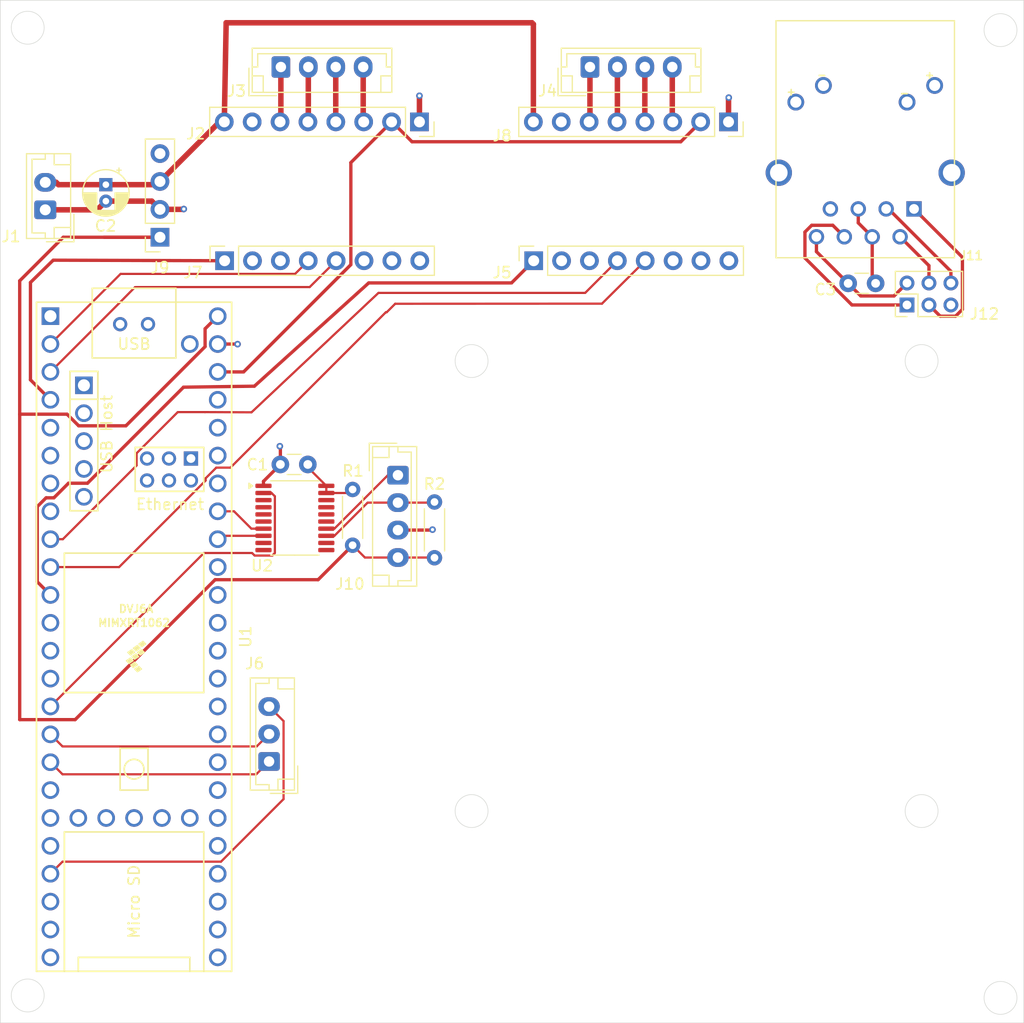
<source format=kicad_pcb>
(kicad_pcb (version 20240108) (generator "pcbnew") (generator_version "8.0")
  (layers (0 "F.Cu" signal) (31 "B.Cu" signal) (34 "B.Paste" user) (35 "F.Paste" user) (36 "B.SilkS" user "B.Silkscreen") (37 "F.SilkS" user "F.Silkscreen") (38 "B.Mask" user) (39 "F.Mask" user) (44 "Edge.Cuts" user))
  (net 0 "")
  (net 1 "+5V")
  (net 2 "/EN")
  (net 3 "GND")
  (net 4 "+24V")
  (net 5 "/D1_A2")
  (net 6 "/D1_B1")
  (net 7 "/D1_B2")
  (net 8 "+3.3V")
  (net 9 "/D1_A1")
  (net 10 "/D2_B1")
  (net 11 "/D2_A2")
  (net 12 "/D2_A1")
  (net 13 "/D2_B2")
  (net 17 "/D2_TX")
  (net 19 "/D2_EN")
  (net 21 "/D2_RX")
  (net 22 "/EN1")
  (net 23 "/EN2")
  (net 24 "/ENA")
  (net 26 "/D1_EN")
  (net 27 "/D1_TX")
  (net 28 "/D1_RX")
  (net 34 "/Black{slash}SDA")
  (net 35 "/Yellow{slash}SCL")
  (net 53 "TEMP_SDA")
  (net 57 "TEMP_SCL")
  (net 102 "/CTR")
  (net 103 "/TX-")
  (net 104 "/RX-")
  (net 105 "/TX+")
  (net 106 "/RX+")
  (net 107 "/LED")
  (footprint "Connector_PinSocket_2.54mm:PinSocket_1x08_P2.54mm_Vertical" (layer "F.Cu") (at 36.37 43.95 90)
    (property "Reference" "J7" (at -1.08 -2.88 0) (layer "F.SilkS"))
    (property "Value" "Conn_01x08")
    (pad "1" thru_hole rect (at 0 0 90) (size 1.7 1.7) (drill 1) (layers "*.Cu" "*.Mask") (net 26 "/D1_EN"))
    (pad "2" thru_hole oval (at 0 2.54 90) (size 1.7 1.7) (drill 1) (layers "*.Cu" "*.Mask"))
    (pad "3" thru_hole oval (at 0 5.08 90) (size 1.7 1.7) (drill 1) (layers "*.Cu" "*.Mask"))
    (pad "4" thru_hole oval (at 0 7.62 90) (size 1.7 1.7) (drill 1) (layers "*.Cu" "*.Mask") (net 27 "/D1_TX"))
    (pad "5" thru_hole oval (at 0 10.16 90) (size 1.7 1.7) (drill 1) (layers "*.Cu" "*.Mask") (net 28 "/D1_RX"))
    (pad "6" thru_hole oval (at 0 12.7 90) (size 1.7 1.7) (drill 1) (layers "*.Cu" "*.Mask"))
    (pad "7" thru_hole oval (at 0 15.24 90) (size 1.7 1.7) (drill 1) (layers "*.Cu" "*.Mask"))
    (pad "8" thru_hole oval (at 0 17.78 90) (size 1.7 1.7) (drill 1) (layers "*.Cu" "*.Mask"))
  )
  (footprint "Resistor_THT:R_Axial_DIN0204_L3.6mm_D1.6mm_P5.08mm_Horizontal" (layer "F.Cu") (at 48.03 69.87 90)
    (property "Reference" "R1" (at 6.77 0.04 180) (layer "F.SilkS"))
    (property "Value" "200k")
    (pad "1" thru_hole circle (at 0 0 90) (size 1.4 1.4) (drill 0.7) (layers "*.Cu" "*.Mask") (net 1 "+5V"))
    (pad "2" thru_hole oval (at 5.08 0 90) (size 1.4 1.4) (drill 0.7) (layers "*.Cu" "*.Mask") (net 2 "/EN"))
  )
  (footprint "Connector_PinHeader_2.00mm:PinHeader_2x03_P2.00mm_Vertical" (layer "F.Cu") (at 98.54 47.98 90)
    (property "Reference" "J12" (at -0.82 7.05 0) (layer "F.SilkS"))
    (property "Value" "Conn_02x03_Counter_Clockwise")
    (pad "1" thru_hole rect (at 0 0 90) (size 1.35 1.35) (drill 0.8) (layers "*.Cu" "*.Mask") (net 104 "/RX-"))
    (pad "2" thru_hole oval (at 2 0 90) (size 1.35 1.35) (drill 0.8) (layers "*.Cu" "*.Mask") (net 3 "GND"))
    (pad "3" thru_hole oval (at 0 2 90) (size 1.35 1.35) (drill 0.8) (layers "*.Cu" "*.Mask") (net 105 "/TX+"))
    (pad "4" thru_hole oval (at 2 2 90) (size 1.35 1.35) (drill 0.8) (layers "*.Cu" "*.Mask") (net 103 "/TX-"))
    (pad "5" thru_hole oval (at 0 4 90) (size 1.35 1.35) (drill 0.8) (layers "*.Cu" "*.Mask") (net 107 "/LED"))
    (pad "6" thru_hole oval (at 2 4 90) (size 1.35 1.35) (drill 0.8) (layers "*.Cu" "*.Mask") (net 106 "/RX+"))
  )
  (footprint "Connector_PinSocket_2.54mm:PinSocket_1x08_P2.54mm_Vertical" (layer "F.Cu") (at 54.12 31.3 -90)
    (property "Reference" "J2" (at 1.08 20.38 180) (layer "F.SilkS"))
    (property "Value" "Conn_01x08")
    (pad "1" thru_hole rect (at 0 0 270) (size 1.7 1.7) (drill 1) (layers "*.Cu" "*.Mask") (net 3 "GND"))
    (pad "2" thru_hole oval (at 0 2.54 270) (size 1.7 1.7) (drill 1) (layers "*.Cu" "*.Mask") (net 8 "+3.3V"))
    (pad "3" thru_hole oval (at 0 5.08 270) (size 1.7 1.7) (drill 1) (layers "*.Cu" "*.Mask") (net 7 "/D1_B2"))
    (pad "4" thru_hole oval (at 0 7.62 270) (size 1.7 1.7) (drill 1) (layers "*.Cu" "*.Mask") (net 6 "/D1_B1"))
    (pad "5" thru_hole oval (at 0 10.16 270) (size 1.7 1.7) (drill 1) (layers "*.Cu" "*.Mask") (net 9 "/D1_A1"))
    (pad "6" thru_hole oval (at 0 12.7 270) (size 1.7 1.7) (drill 1) (layers "*.Cu" "*.Mask") (net 5 "/D1_A2"))
    (pad "7" thru_hole oval (at 0 15.24 270) (size 1.7 1.7) (drill 1) (layers "*.Cu" "*.Mask") (net 3 "GND"))
    (pad "8" thru_hole oval (at 0 17.78 270) (size 1.7 1.7) (drill 1) (layers "*.Cu" "*.Mask") (net 4 "+24V"))
  )
  (footprint "Connector_PinSocket_2.54mm:PinSocket_1x08_P2.54mm_Vertical" (layer "F.Cu") (at 64.53 43.95 90)
    (property "Reference" "J5" (at -1.08 -2.88 0) (layer "F.SilkS"))
    (property "Value" "Conn_01x08")
    (pad "1" thru_hole rect (at 0 0 90) (size 1.7 1.7) (drill 1) (layers "*.Cu" "*.Mask") (net 19 "/D2_EN"))
    (pad "2" thru_hole oval (at 0 2.54 90) (size 1.7 1.7) (drill 1) (layers "*.Cu" "*.Mask"))
    (pad "3" thru_hole oval (at 0 5.08 90) (size 1.7 1.7) (drill 1) (layers "*.Cu" "*.Mask"))
    (pad "4" thru_hole oval (at 0 7.62 90) (size 1.7 1.7) (drill 1) (layers "*.Cu" "*.Mask") (net 17 "/D2_TX"))
    (pad "5" thru_hole oval (at 0 10.16 90) (size 1.7 1.7) (drill 1) (layers "*.Cu" "*.Mask") (net 21 "/D2_RX"))
    (pad "6" thru_hole oval (at 0 12.7 90) (size 1.7 1.7) (drill 1) (layers "*.Cu" "*.Mask"))
    (pad "7" thru_hole oval (at 0 15.24 90) (size 1.7 1.7) (drill 1) (layers "*.Cu" "*.Mask"))
    (pad "8" thru_hole oval (at 0 17.78 90) (size 1.7 1.7) (drill 1) (layers "*.Cu" "*.Mask"))
  )
  (footprint "Connector_PinSocket_2.54mm:PinSocket_1x08_P2.54mm_Vertical" (layer "F.Cu") (at 82.28 31.3 -90)
    (property "Reference" "J8" (at 1.26 20.62 180) (layer "F.SilkS"))
    (property "Value" "Conn_01x08")
    (pad "1" thru_hole rect (at 0 0 270) (size 1.7 1.7) (drill 1) (layers "*.Cu" "*.Mask") (net 3 "GND"))
    (pad "2" thru_hole oval (at 0 2.54 270) (size 1.7 1.7) (drill 1) (layers "*.Cu" "*.Mask") (net 8 "+3.3V"))
    (pad "3" thru_hole oval (at 0 5.08 270) (size 1.7 1.7) (drill 1) (layers "*.Cu" "*.Mask") (net 13 "/D2_B2"))
    (pad "4" thru_hole oval (at 0 7.62 270) (size 1.7 1.7) (drill 1) (layers "*.Cu" "*.Mask") (net 10 "/D2_B1"))
    (pad "5" thru_hole oval (at 0 10.16 270) (size 1.7 1.7) (drill 1) (layers "*.Cu" "*.Mask") (net 12 "/D2_A1"))
    (pad "6" thru_hole oval (at 0 12.7 270) (size 1.7 1.7) (drill 1) (layers "*.Cu" "*.Mask") (net 11 "/D2_A2"))
    (pad "7" thru_hole oval (at 0 15.24 270) (size 1.7 1.7) (drill 1) (layers "*.Cu" "*.Mask") (net 3 "GND"))
    (pad "8" thru_hole oval (at 0 17.78 270) (size 1.7 1.7) (drill 1) (layers "*.Cu" "*.Mask") (net 4 "+24V"))
  )
  (footprint "Connector_JST:JST_EH_B4B-EH-A_1x04_P2.50mm_Vertical" (layer "F.Cu") (at 52.16 63.49 -90)
    (property "Reference" "J10" (at 9.91 4.37 180) (layer "F.SilkS"))
    (property "Value" "Conn_01x04")
    (pad "1" thru_hole roundrect (at 0 0 270) (size 1.7 1.95) (drill 0.95) (layers "*.Cu" "*.Mask") (roundrect_rratio 0.147059) (net 35 "/Yellow{slash}SCL"))
    (pad "2" thru_hole oval (at 2.5 0 270) (size 1.7 1.95) (drill 0.95) (layers "*.Cu" "*.Mask") (net 34 "/Black{slash}SDA"))
    (pad "3" thru_hole oval (at 5 0 270) (size 1.7 1.95) (drill 0.95) (layers "*.Cu" "*.Mask") (net 3 "GND"))
    (pad "4" thru_hole oval (at 7.5 0 270) (size 1.7 1.95) (drill 0.95) (layers "*.Cu" "*.Mask") (net 1 "+5V"))
  )
  (footprint "J00-0045NL:PULSE_J00-0045NL" (layer "F.Cu") (at 94.735 32.88)
    (property "Reference" "J11" (at 9.655 10.6 0) (layer "F.SilkS") (effects (font (size 0.802764 0.802764))))
    (property "Value" "J00-0045NL")
    (fp_text user "+" (at 5.86475 -5.85437 0) (layer "F.SilkS") (effects (font (size 0.64196 0.64196))))
    (fp_text user "-" (at 3.56861 -4.19928 0) (layer "F.SilkS") (effects (font (size 0.641746 0.641746))))
    (fp_text user "-" (at -3.94667 -5.85638 0) (layer "F.SilkS") (effects (font (size 0.641715 0.641715))))
    (fp_text user "+" (at -6.74931 -4.32748 0) (layer "F.SilkS") (effects (font (size 0.642236 0.642236))))
    (pad "" np_thru_hole circle (at -5.715 0) (size 3.2 3.2) (drill 3.2) (layers "*.Cu" "*.Mask"))
    (pad "" np_thru_hole circle (at 5.715 0) (size 3.2 3.2) (drill 3.2) (layers "*.Cu" "*.Mask"))
    (pad "1" thru_hole rect (at 4.445 6.35) (size 1.398 1.398) (drill 0.89) (layers "*.Cu" "*.Mask") (net 105 "/TX+"))
    (pad "2" thru_hole circle (at 3.175 8.89) (size 1.398 1.398) (drill 0.89) (layers "*.Cu" "*.Mask") (net 103 "/TX-"))
    (pad "3" thru_hole circle (at 1.905 6.35) (size 1.398 1.398) (drill 0.89) (layers "*.Cu" "*.Mask") (net 106 "/RX+"))
    (pad "4" thru_hole circle (at 0.635 8.89) (size 1.398 1.398) (drill 0.89) (layers "*.Cu" "*.Mask") (net 102 "/CTR"))
    (pad "5" thru_hole circle (at -0.635 6.35) (size 1.398 1.398) (drill 0.89) (layers "*.Cu" "*.Mask") (net 102 "/CTR"))
    (pad "6" thru_hole circle (at -1.905 8.89) (size 1.398 1.398) (drill 0.89) (layers "*.Cu" "*.Mask") (net 104 "/RX-"))
    (pad "7" thru_hole circle (at -3.175 6.35) (size 1.398 1.398) (drill 0.89) (layers "*.Cu" "*.Mask"))
    (pad "8" thru_hole circle (at -4.445 8.89) (size 1.398 1.398) (drill 0.89) (layers "*.Cu" "*.Mask") (net 3 "GND"))
    (pad "9" thru_hole circle (at 6.325 -4.9) (size 1.53 1.53) (drill 1.02) (layers "*.Cu" "*.Mask") (net 107 "/LED"))
    (pad "10" thru_hole circle (at 3.81 -3.38) (size 1.53 1.53) (drill 1.02) (layers "*.Cu" "*.Mask") (net 3 "GND"))
    (pad "11" thru_hole circle (at -3.81 -4.9) (size 1.53 1.53) (drill 1.02) (layers "*.Cu" "*.Mask"))
    (pad "12" thru_hole circle (at -6.325 -3.38) (size 1.53 1.53) (drill 1.02) (layers "*.Cu" "*.Mask"))
    (pad "S1" thru_hole circle (at -7.875 3.05) (size 2.4 2.4) (drill 1.6) (layers "*.Cu" "*.Mask"))
    (pad "S2" thru_hole circle (at 7.875 3.05) (size 2.4 2.4) (drill 1.6) (layers "*.Cu" "*.Mask"))
  )
  (footprint "Package_SO:TSSOP-20_4.4x6.5mm_P0.65mm" (layer "F.Cu") (at 42.7725 67.385)
    (property "Reference" "U2" (at -2.9925 4.355 0) (layer "F.SilkS"))
    (property "Value" "LSF0108PWR")
    (pad "1" smd roundrect (at -2.8625 -2.925) (size 1.475 0.4) (layers "F.Cu" "F.Paste" "F.Mask") (net 3 "GND"))
    (pad "2" smd roundrect (at -2.8625 -2.275) (size 1.475 0.4) (layers "F.Cu" "F.Paste" "F.Mask") (net 8 "+3.3V"))
    (pad "3" smd roundrect (at -2.8625 -1.625) (size 1.475 0.4) (layers "F.Cu" "F.Paste" "F.Mask"))
    (pad "4" smd roundrect (at -2.8625 -0.975) (size 1.475 0.4) (layers "F.Cu" "F.Paste" "F.Mask"))
    (pad "5" smd roundrect (at -2.8625 -0.325) (size 1.475 0.4) (layers "F.Cu" "F.Paste" "F.Mask"))
    (pad "6" smd roundrect (at -2.8625 0.325) (size 1.475 0.4) (layers "F.Cu" "F.Paste" "F.Mask"))
    (pad "7" smd roundrect (at -2.8625 0.975) (size 1.475 0.4) (layers "F.Cu" "F.Paste" "F.Mask") (net 57 "TEMP_SCL"))
    (pad "8" smd roundrect (at -2.8625 1.625) (size 1.475 0.4) (layers "F.Cu" "F.Paste" "F.Mask") (net 53 "TEMP_SDA"))
    (pad "9" smd roundrect (at -2.8625 2.275) (size 1.475 0.4) (layers "F.Cu" "F.Paste" "F.Mask"))
    (pad "10" smd roundrect (at -2.8625 2.925) (size 1.475 0.4) (layers "F.Cu" "F.Paste" "F.Mask"))
    (pad "11" smd roundrect (at 2.8625 2.925) (size 1.475 0.4) (layers "F.Cu" "F.Paste" "F.Mask"))
    (pad "12" smd roundrect (at 2.8625 2.275) (size 1.475 0.4) (layers "F.Cu" "F.Paste" "F.Mask"))
    (pad "13" smd roundrect (at 2.8625 1.625) (size 1.475 0.4) (layers "F.Cu" "F.Paste" "F.Mask") (net 34 "/Black{slash}SDA"))
    (pad "14" smd roundrect (at 2.8625 0.975) (size 1.475 0.4) (layers "F.Cu" "F.Paste" "F.Mask") (net 35 "/Yellow{slash}SCL"))
    (pad "15" smd roundrect (at 2.8625 0.325) (size 1.475 0.4) (layers "F.Cu" "F.Paste" "F.Mask"))
    (pad "16" smd roundrect (at 2.8625 -0.325) (size 1.475 0.4) (layers "F.Cu" "F.Paste" "F.Mask"))
    (pad "17" smd roundrect (at 2.8625 -0.975) (size 1.475 0.4) (layers "F.Cu" "F.Paste" "F.Mask"))
    (pad "18" smd roundrect (at 2.8625 -1.625) (size 1.475 0.4) (layers "F.Cu" "F.Paste" "F.Mask"))
    (pad "19" smd roundrect (at 2.8625 -2.275) (size 1.475 0.4) (layers "F.Cu" "F.Paste" "F.Mask") (net 2 "/EN"))
    (pad "20" smd roundrect (at 2.8625 -2.925) (size 1.475 0.4) (layers "F.Cu" "F.Paste" "F.Mask") (net 2 "/EN"))
  )
  (footprint "Connector_JST:JST_EH_B4B-EH-A_1x04_P2.50mm_Vertical" (layer "F.Cu") (at 69.655 26.3)
    (property "Reference" "J4" (at -3.865 2.17 0) (layer "F.SilkS"))
    (property "Value" "Conn_01x04")
    (pad "1" thru_hole roundrect (at 0 0) (size 1.7 1.95) (drill 0.95) (layers "*.Cu" "*.Mask") (roundrect_rratio 0.147059) (net 11 "/D2_A2"))
    (pad "2" thru_hole oval (at 2.5 0) (size 1.7 1.95) (drill 0.95) (layers "*.Cu" "*.Mask") (net 12 "/D2_A1"))
    (pad "3" thru_hole oval (at 5 0) (size 1.7 1.95) (drill 0.95) (layers "*.Cu" "*.Mask") (net 10 "/D2_B1"))
    (pad "4" thru_hole oval (at 7.5 0) (size 1.7 1.95) (drill 0.95) (layers "*.Cu" "*.Mask") (net 13 "/D2_B2"))
  )
  (footprint "Connector_JST:JST_EH_B2B-EH-A_1x02_P2.50mm_Vertical" (layer "F.Cu") (at 20.03 39.31 90)
    (property "Reference" "J1" (at -2.43 -3.12 0) (layer "F.SilkS"))
    (property "Value" "Conn_01x02")
    (pad "1" thru_hole roundrect (at 0 0 90) (size 1.7 2) (drill 1) (layers "*.Cu" "*.Mask") (roundrect_rratio 0.147059) (net 3 "GND"))
    (pad "2" thru_hole oval (at 2.5 0 90) (size 1.7 2) (drill 1) (layers "*.Cu" "*.Mask") (net 4 "+24V"))
  )
  (footprint "Resistor_THT:R_Axial_DIN0204_L3.6mm_D1.6mm_P5.08mm_Horizontal" (layer "F.Cu") (at 55.49 65.93 -90)
    (property "Reference" "R2" (at -1.64 0 0) (layer "F.SilkS"))
    (property "Value" "10k")
    (pad "1" thru_hole circle (at 0 0 270) (size 1.4 1.4) (drill 0.7) (layers "*.Cu" "*.Mask") (net 34 "/Black{slash}SDA"))
    (pad "2" thru_hole oval (at 5.08 0 270) (size 1.4 1.4) (drill 0.7) (layers "*.Cu" "*.Mask") (net 1 "+5V"))
  )
  (footprint "Capacitor_THT:C_Disc_D3.0mm_W1.6mm_P2.50mm" (layer "F.Cu") (at 95.68 46.01 180)
    (property "Reference" "C3" (at 4.58 -0.56 0) (layer "F.SilkS"))
    (property "Value" "0.1uF")
    (pad "1" thru_hole circle (at 0 0 180) (size 1.6 1.6) (drill 0.8) (layers "*.Cu" "*.Mask") (net 102 "/CTR"))
    (pad "2" thru_hole circle (at 2.5 0 180) (size 1.6 1.6) (drill 0.8) (layers "*.Cu" "*.Mask") (net 3 "GND"))
  )
  (footprint "Capacitor_THT:CP_Radial_D4.0mm_P1.50mm" (layer "F.Cu") (at 25.55 37.02 -90)
    (property "Reference" "C2" (at 3.76 0.03 180) (layer "F.SilkS"))
    (property "Value" "33uF")
    (pad "1" thru_hole rect (at 0 0 270) (size 1.2 1.2) (drill 0.6) (layers "*.Cu" "*.Mask") (net 4 "+24V"))
    (pad "2" thru_hole circle (at 1.5 0 270) (size 1.2 1.2) (drill 0.6) (layers "*.Cu" "*.Mask") (net 3 "GND"))
  )
  (footprint "Connector_JST:JST_EH_B4B-EH-A_1x04_P2.50mm_Vertical" (layer "F.Cu") (at 41.495 26.3)
    (property "Reference" "J3" (at -4.045 2.19 0) (layer "F.SilkS"))
    (property "Value" "Conn_01x04")
    (pad "1" thru_hole roundrect (at 0 0) (size 1.7 1.95) (drill 0.95) (layers "*.Cu" "*.Mask") (roundrect_rratio 0.147059) (net 5 "/D1_A2"))
    (pad "2" thru_hole oval (at 2.5 0) (size 1.7 1.95) (drill 0.95) (layers "*.Cu" "*.Mask") (net 9 "/D1_A1"))
    (pad "3" thru_hole oval (at 5 0) (size 1.7 1.95) (drill 0.95) (layers "*.Cu" "*.Mask") (net 6 "/D1_B1"))
    (pad "4" thru_hole oval (at 7.5 0) (size 1.7 1.95) (drill 0.95) (layers "*.Cu" "*.Mask") (net 7 "/D1_B2"))
  )
  (footprint "teensy:Teensy41" (layer "F.Cu") (at 28.12 78.21 -90)
    (property "Reference" "U1" (at 0 -10.16 90) (layer "F.SilkS"))
    (property "Value" "Teensy4.1")
    (fp_text user "Ethernet" (at -12.065 -3.2766 180) (layer "F.SilkS"))
    (fp_text user "DVJ6A" (at -2.54 -0.18 180) (layer "F.SilkS") (effects (font (size 0.7 0.7))))
    (fp_text user "Micro SD" (at 24.13 0 90) (layer "F.SilkS"))
    (fp_text user "MIMXRT1062" (at -1.27 0 180) (layer "F.SilkS") (effects (font (size 0.7 0.7))))
    (fp_text user "USB" (at -26.67 0 180) (layer "F.SilkS"))
    (fp_text user "USB Host" (at -18.4658 2.4892 90) (layer "F.SilkS"))
    (pad "1" thru_hole rect (at -29.21 7.62 270) (size 1.6 1.6) (drill 1.1) (layers "*.Cu" "*.Mask"))
    (pad "2" thru_hole circle (at -26.67 7.62 270) (size 1.6 1.6) (drill 1.1) (layers "*.Cu" "*.Mask") (net 27 "/D1_TX"))
    (pad "3" thru_hole circle (at -24.13 7.62 270) (size 1.6 1.6) (drill 1.1) (layers "*.Cu" "*.Mask") (net 28 "/D1_RX"))
    (pad "4" thru_hole circle (at -21.59 7.62 270) (size 1.6 1.6) (drill 1.1) (layers "*.Cu" "*.Mask") (net 26 "/D1_EN"))
    (pad "5" thru_hole circle (at -19.05 7.62 270) (size 1.6 1.6) (drill 1.1) (layers "*.Cu" "*.Mask"))
    (pad "6" thru_hole circle (at -16.51 7.62 270) (size 1.6 1.6) (drill 1.1) (layers "*.Cu" "*.Mask"))
    (pad "7" thru_hole circle (at -13.97 7.62 270) (size 1.6 1.6) (drill 1.1) (layers "*.Cu" "*.Mask"))
    (pad "8" thru_hole circle (at -11.43 7.62 270) (size 1.6 1.6) (drill 1.1) (layers "*.Cu" "*.Mask"))
    (pad "9" thru_hole circle (at -8.89 7.62 270) (size 1.6 1.6) (drill 1.1) (layers "*.Cu" "*.Mask") (net 17 "/D2_TX"))
    (pad "10" thru_hole circle (at -6.35 7.62 270) (size 1.6 1.6) (drill 1.1) (layers "*.Cu" "*.Mask") (net 21 "/D2_RX"))
    (pad "11" thru_hole circle (at -3.81 7.62 270) (size 1.6 1.6) (drill 1.1) (layers "*.Cu" "*.Mask") (net 19 "/D2_EN"))
    (pad "12" thru_hole circle (at -1.27 7.62 270) (size 1.6 1.6) (drill 1.1) (layers "*.Cu" "*.Mask"))
    (pad "13" thru_hole circle (at 1.27 7.62 270) (size 1.6 1.6) (drill 1.1) (layers "*.Cu" "*.Mask"))
    (pad "14" thru_hole circle (at 3.81 7.62 270) (size 1.6 1.6) (drill 1.1) (layers "*.Cu" "*.Mask"))
    (pad "15" thru_hole circle (at 6.35 7.62 270) (size 1.6 1.6) (drill 1.1) (layers "*.Cu" "*.Mask") (net 8 "+3.3V"))
    (pad "16" thru_hole circle (at 8.89 7.62 270) (size 1.6 1.6) (drill 1.1) (layers "*.Cu" "*.Mask") (net 23 "/EN2"))
    (pad "17" thru_hole circle (at 11.43 7.62 270) (size 1.6 1.6) (drill 1.1) (layers "*.Cu" "*.Mask") (net 22 "/EN1"))
    (pad "18" thru_hole circle (at 13.97 7.62 270) (size 1.6 1.6) (drill 1.1) (layers "*.Cu" "*.Mask"))
    (pad "19" thru_hole circle (at 16.51 7.62 270) (size 1.6 1.6) (drill 1.1) (layers "*.Cu" "*.Mask"))
    (pad "20" thru_hole circle (at 19.05 7.62 270) (size 1.6 1.6) (drill 1.1) (layers "*.Cu" "*.Mask"))
    (pad "21" thru_hole circle (at 21.59 7.62 270) (size 1.6 1.6) (drill 1.1) (layers "*.Cu" "*.Mask") (net 24 "/ENA"))
    (pad "22" thru_hole circle (at 24.13 7.62 270) (size 1.6 1.6) (drill 1.1) (layers "*.Cu" "*.Mask"))
    (pad "23" thru_hole circle (at 26.67 7.62 270) (size 1.6 1.6) (drill 1.1) (layers "*.Cu" "*.Mask"))
    (pad "24" thru_hole circle (at 29.21 7.62 270) (size 1.6 1.6) (drill 1.1) (layers "*.Cu" "*.Mask"))
    (pad "25" thru_hole circle (at 29.21 -7.62 270) (size 1.6 1.6) (drill 1.1) (layers "*.Cu" "*.Mask"))
    (pad "26" thru_hole circle (at 26.67 -7.62 270) (size 1.6 1.6) (drill 1.1) (layers "*.Cu" "*.Mask"))
    (pad "27" thru_hole circle (at 24.13 -7.62 270) (size 1.6 1.6) (drill 1.1) (layers "*.Cu" "*.Mask"))
    (pad "28" thru_hole circle (at 21.59 -7.62 270) (size 1.6 1.6) (drill 1.1) (layers "*.Cu" "*.Mask"))
    (pad "29" thru_hole circle (at 19.05 -7.62 270) (size 1.6 1.6) (drill 1.1) (layers "*.Cu" "*.Mask"))
    (pad "30" thru_hole circle (at 16.51 -7.62 270) (size 1.6 1.6) (drill 1.1) (layers "*.Cu" "*.Mask"))
    (pad "31" thru_hole circle (at 13.97 -7.62 270) (size 1.6 1.6) (drill 1.1) (layers "*.Cu" "*.Mask"))
    (pad "32" thru_hole circle (at 11.43 -7.62 270) (size 1.6 1.6) (drill 1.1) (layers "*.Cu" "*.Mask"))
    (pad "33" thru_hole circle (at 8.89 -7.62 270) (size 1.6 1.6) (drill 1.1) (layers "*.Cu" "*.Mask"))
    (pad "34" thru_hole circle (at 6.35 -7.62 270) (size 1.6 1.6) (drill 1.1) (layers "*.Cu" "*.Mask"))
    (pad "35" thru_hole circle (at 3.81 -7.62 270) (size 1.6 1.6) (drill 1.1) (layers "*.Cu" "*.Mask"))
    (pad "36" thru_hole circle (at 1.27 -7.62 270) (size 1.6 1.6) (drill 1.1) (layers "*.Cu" "*.Mask"))
    (pad "37" thru_hole circle (at -1.27 -7.62 270) (size 1.6 1.6) (drill 1.1) (layers "*.Cu" "*.Mask"))
    (pad "38" thru_hole circle (at -3.81 -7.62 270) (size 1.6 1.6) (drill 1.1) (layers "*.Cu" "*.Mask"))
    (pad "39" thru_hole circle (at -6.35 -7.62 270) (size 1.6 1.6) (drill 1.1) (layers "*.Cu" "*.Mask"))
    (pad "40" thru_hole circle (at -8.89 -7.62 270) (size 1.6 1.6) (drill 1.1) (layers "*.Cu" "*.Mask") (net 53 "TEMP_SDA"))
    (pad "41" thru_hole circle (at -11.43 -7.62 270) (size 1.6 1.6) (drill 1.1) (layers "*.Cu" "*.Mask") (net 57 "TEMP_SCL"))
    (pad "42" thru_hole circle (at -13.97 -7.62 270) (size 1.6 1.6) (drill 1.1) (layers "*.Cu" "*.Mask"))
    (pad "43" thru_hole circle (at -16.51 -7.62 270) (size 1.6 1.6) (drill 1.1) (layers "*.Cu" "*.Mask"))
    (pad "44" thru_hole circle (at -19.05 -7.62 270) (size 1.6 1.6) (drill 1.1) (layers "*.Cu" "*.Mask"))
    (pad "45" thru_hole circle (at -21.59 -7.62 270) (size 1.6 1.6) (drill 1.1) (layers "*.Cu" "*.Mask"))
    (pad "46" thru_hole circle (at -24.13 -7.62 270) (size 1.6 1.6) (drill 1.1) (layers "*.Cu" "*.Mask") (net 8 "+3.3V"))
    (pad "47" thru_hole circle (at -26.67 -7.62 270) (size 1.6 1.6) (drill 1.1) (layers "*.Cu" "*.Mask") (net 3 "GND"))
    (pad "48" thru_hole circle (at -29.21 -7.62 270) (size 1.6 1.6) (drill 1.1) (layers "*.Cu" "*.Mask") (net 1 "+5V"))
    (pad "49" thru_hole circle (at -26.67 -5.08 270) (size 1.6 1.6) (drill 1.1) (layers "*.Cu" "*.Mask"))
    (pad "50" thru_hole circle (at 16.51 5.08 270) (size 1.6 1.6) (drill 1.1) (layers "*.Cu" "*.Mask"))
    (pad "51" thru_hole circle (at 16.51 2.54 270) (size 1.6 1.6) (drill 1.1) (layers "*.Cu" "*.Mask"))
    (pad "52" thru_hole circle (at 16.51 0 270) (size 1.6 1.6) (drill 1.1) (layers "*.Cu" "*.Mask"))
    (pad "53" thru_hole circle (at 16.51 -2.54 270) (size 1.6 1.6) (drill 1.1) (layers "*.Cu" "*.Mask"))
    (pad "54" thru_hole circle (at 16.51 -5.08 270) (size 1.6 1.6) (drill 1.1) (layers "*.Cu" "*.Mask"))
    (pad "55" thru_hole rect (at -22.9108 4.5692 270) (size 1.6 1.6) (drill 1.1) (layers "*.Cu" "*.Mask"))
    (pad "56" thru_hole circle (at -20.3708 4.5692 270) (size 1.6 1.6) (drill 1.1) (layers "*.Cu" "*.Mask"))
    (pad "57" thru_hole circle (at -17.8308 4.5692 270) (size 1.6 1.6) (drill 1.1) (layers "*.Cu" "*.Mask"))
    (pad "58" thru_hole circle (at -15.2908 4.5692 270) (size 1.6 1.6) (drill 1.1) (layers "*.Cu" "*.Mask"))
    (pad "59" thru_hole circle (at -12.7508 4.5692 270) (size 1.6 1.6) (drill 1.1) (layers "*.Cu" "*.Mask"))
    (pad "60" thru_hole rect (at -16.24 -5.1816 270) (size 1.3 1.3) (drill 0.8) (layers "*.Cu" "*.Mask"))
    (pad "61" thru_hole circle (at -16.24 -3.1816 270) (size 1.3 1.3) (drill 0.8) (layers "*.Cu" "*.Mask"))
    (pad "62" thru_hole circle (at -16.24 -1.1816 270) (size 1.3 1.3) (drill 0.8) (layers "*.Cu" "*.Mask"))
    (pad "63" thru_hole circle (at -14.24 -1.1816 270) (size 1.3 1.3) (drill 0.8) (layers "*.Cu" "*.Mask"))
    (pad "64" thru_hole circle (at -14.24 -3.1816 270) (size 1.3 1.3) (drill 0.8) (layers "*.Cu" "*.Mask"))
    (pad "65" thru_hole circle (at -14.24 -5.1816 270) (size 1.3 1.3) (drill 0.8) (layers "*.Cu" "*.Mask"))
    (pad "66" thru_hole circle (at -28.48 -1.27 270) (size 1.3 1.3) (drill 0.8) (layers "*.Cu" "*.Mask"))
    (pad "67" thru_hole circle (at -28.48 1.27 270) (size 1.3 1.3) (drill 0.8) (layers "*.Cu" "*.Mask"))
  )
  (footprint "Connector_JST:JST_EH_B3B-EH-A_1x03_P2.50mm_Vertical" (layer "F.Cu") (at 40.42 89.57 90)
    (property "Reference" "J6" (at 8.92 -1.31 0) (layer "F.SilkS"))
    (property "Value" "Conn_01x03")
    (pad "1" thru_hole roundrect (at 0 0 90) (size 1.7 1.95) (drill 0.95) (layers "*.Cu" "*.Mask") (roundrect_rratio 0.147059) (net 22 "/EN1"))
    (pad "2" thru_hole oval (at 2.5 0 90) (size 1.7 1.95) (drill 0.95) (layers "*.Cu" "*.Mask") (net 23 "/EN2"))
    (pad "3" thru_hole oval (at 5 0 90) (size 1.7 1.95) (drill 0.95) (layers "*.Cu" "*.Mask") (net 24 "/ENA"))
  )
  (footprint "Connector_PinSocket_2.54mm:PinSocket_1x04_P2.54mm_Vertical" (layer "F.Cu") (at 30.48 41.81 180)
    (property "Reference" "J9" (at 0 -2.77 180) (layer "F.SilkS"))
    (property "Value" "Conn_01x04")
    (pad "1" thru_hole rect (at 0 0 180) (size 1.7 1.7) (drill 1) (layers "*.Cu" "*.Mask") (net 1 "+5V"))
    (pad "2" thru_hole oval (at 0 2.54 180) (size 1.7 1.7) (drill 1) (layers "*.Cu" "*.Mask") (net 3 "GND"))
    (pad "3" thru_hole oval (at 0 5.08 180) (size 1.7 1.7) (drill 1) (layers "*.Cu" "*.Mask") (net 4 "+24V"))
    (pad "4" thru_hole oval (at 0 7.62 180) (size 1.7 1.7) (drill 1) (layers "*.Cu" "*.Mask"))
  )
  (footprint "Capacitor_THT:C_Disc_D3.0mm_W1.6mm_P2.50mm" (layer "F.Cu") (at 43.95 62.51 180)
    (property "Reference" "C1" (at 4.59 -0.02 180) (layer "F.SilkS"))
    (property "Value" "0.1uF")
    (pad "1" thru_hole circle (at 0 0 180) (size 1.6 1.6) (drill 0.8) (layers "*.Cu" "*.Mask") (net 2 "/EN"))
    (pad "2" thru_hole circle (at 2.5 0 180) (size 1.6 1.6) (drill 0.8) (layers "*.Cu" "*.Mask") (net 3 "GND"))
  )
  (gr_circle (center 107.06 111.11) (end 108.56 111.11) (stroke (width 0.05)) (fill none) (layer "Edge.Cuts"))
  (gr_circle (center 18.43 110.89) (end 19.93 110.89) (stroke (width 0.05)) (fill none) (layer "Edge.Cuts"))
  (gr_circle (center 99.87 94.09) (end 101.37 94.09) (stroke (width 0.05)) (fill none) (layer "Edge.Cuts"))
  (gr_circle (center 58.87 53.09) (end 60.37 53.09) (stroke (width 0.05)) (fill none) (layer "Edge.Cuts"))
  (gr_rect (start 15.93 20.22) (end 109.18 113.39) (stroke (width 0.05)) (fill none) (layer "Edge.Cuts"))
  (gr_circle (center 107.06 22.94) (end 108.56 22.94) (stroke (width 0.05)) (fill none) (layer "Edge.Cuts"))
  (gr_circle (center 18.43 22.72) (end 19.93 22.72) (stroke (width 0.05)) (fill none) (layer "Edge.Cuts"))
  (gr_circle (center 58.87 94.09) (end 60.37 94.09) (stroke (width 0.05)) (fill none) (layer "Edge.Cuts"))
  (gr_circle (center 99.87 53.09) (end 101.37 53.09) (stroke (width 0.05)) (fill none) (layer "Edge.Cuts"))
  (segment (start 27.377146 58.9892) (end 34.59 51.776346) (width 0.3) (layer "F.Cu") (net 1))
  (segment (start 52.16 70.99) (end 49.15 70.99) (width 0.2) (layer "F.Cu") (net 1))
  (segment (start 52.16 70.99) (end 55.47 70.99) (width 0.2) (layer "F.Cu") (net 1))
  (segment (start 34.59 50.15) (end 35.74 49) (width 0.3) (layer "F.Cu") (net 1))
  (segment (start 35.503654 73.01) (end 44.89 73.01) (width 0.3) (layer "F.Cu") (net 1))
  (segment (start 17.7 57.93) (end 22.015254 57.93) (width 0.3) (layer "F.Cu") (net 1))
  (segment (start 55.47 70.99) (end 55.49 71.01) (width 0.2) (layer "F.Cu") (net 1))
  (segment (start 30.48 41.81) (end 21.67 41.81) (width 0.3) (layer "F.Cu") (net 1))
  (segment (start 22.015254 57.93) (end 23.074454 58.9892) (width 0.3) (layer "F.Cu") (net 1))
  (segment (start 17.7 85.76) (end 22.753654 85.76) (width 0.3) (layer "F.Cu") (net 1))
  (segment (start 49.15 70.99) (end 48.03 69.87) (width 0.2) (layer "F.Cu") (net 1))
  (segment (start 44.89 73.01) (end 48.03 69.87) (width 0.3) (layer "F.Cu") (net 1))
  (segment (start 17.7 45.78) (end 17.7 57.93) (width 0.3) (layer "F.Cu") (net 1))
  (segment (start 17.7 57.93) (end 17.7 85.76) (width 0.3) (layer "F.Cu") (net 1))
  (segment (start 21.67 41.81) (end 17.7 45.78) (width 0.3) (layer "F.Cu") (net 1))
  (segment (start 23.074454 58.9892) (end 27.377146 58.9892) (width 0.3) (layer "F.Cu") (net 1))
  (segment (start 22.753654 85.76) (end 35.503654 73.01) (width 0.3) (layer "F.Cu") (net 1))
  (segment (start 34.59 51.776346) (end 34.59 50.15) (width 0.3) (layer "F.Cu") (net 1))
  (segment (start 30.48 41.81) (end 25.39 41.81) (width 0.3) (layer "F.Cu") (net 1))
  (segment (start 45.635 65.11) (end 47.71 65.11) (width 0.2) (layer "F.Cu") (net 2))
  (segment (start 45.635 64.46) (end 43.95 62.775) (width 0.2) (layer "F.Cu") (net 2))
  (segment (start 45.635 64.46) (end 45.635 64.455) (width 0.2) (layer "F.Cu") (net 2))
  (segment (start 45.635 64.46) (end 45.635 65.11) (width 0.2) (layer "F.Cu") (net 2))
  (segment (start 47.71 65.11) (end 48.03 64.79) (width 0.2) (layer "F.Cu") (net 2))
  (segment (start 43.95 62.775) (end 43.95 62.51) (width 0.2) (layer "F.Cu") (net 2))
  (segment (start 45.635 64.455) (end 45.66 64.43) (width 0.2) (layer "F.Cu") (net 2))
  (segment (start 41.45 60.9) (end 41.4 60.85) (width 0.3) (layer "F.Cu") (net 3))
  (segment (start 20.03 39.31) (end 24.76 39.31) (width 0.5) (layer "F.Cu") (net 3))
  (segment (start 35.74 51.54) (end 37.54 51.54) (width 0.3) (layer "F.Cu") (net 3))
  (segment (start 24.76 39.31) (end 25.55 38.52) (width 0.5) (layer "F.Cu") (net 3))
  (segment (start 32.62 39.27) (end 32.65 39.24) (width 0.5) (layer "F.Cu") (net 3))
  (segment (start 90.29 41.77) (end 90.29 43.12) (width 0.3) (layer "F.Cu") (net 3))
  (segment (start 25.55 38.52) (end 29.73 38.52) (width 0.5) (layer "F.Cu") (net 3))
  (segment (start 52.16 68.49) (end 55.27 68.49) (width 0.3) (layer "F.Cu") (net 3))
  (segment (start 54.12 31.3) (end 54.12 28.92) (width 0.5) (layer "F.Cu") (net 3))
  (segment (start 39.91 64.46) (end 39.91 64.05) (width 0.3) (layer "F.Cu") (net 3))
  (segment (start 94.33 47.16) (end 93.18 46.01) (width 0.3) (layer "F.Cu") (net 3))
  (segment (start 55.27 68.49) (end 55.31 68.45) (width 0.3) (layer "F.Cu") (net 3))
  (segment (start 29.73 38.52) (end 30.48 39.27) (width 0.5) (layer "F.Cu") (net 3))
  (segment (start 30.48 39.27) (end 32.62 39.27) (width 0.5) (layer "F.Cu") (net 3))
  (segment (start 39.91 64.05) (end 41.45 62.51) (width 0.3) (layer "F.Cu") (net 3))
  (segment (start 37.54 51.54) (end 37.55 51.55) (width 0.3) (layer "F.Cu") (net 3))
  (segment (start 82.28 31.3) (end 82.28 29.11) (width 0.5) (layer "F.Cu") (net 3))
  (segment (start 98.54 45.98) (end 97.36 47.16) (width 0.3) (layer "F.Cu") (net 3))
  (segment (start 41.45 62.51) (end 41.45 60.9) (width 0.3) (layer "F.Cu") (net 3))
  (segment (start 90.29 43.12) (end 93.18 46.01) (width 0.3) (layer "F.Cu") (net 3))
  (segment (start 82.28 29.11) (end 82.3 29.09) (width 0.5) (layer "F.Cu") (net 3))
  (segment (start 97.36 47.16) (end 94.33 47.16) (width 0.3) (layer "F.Cu") (net 3))
  (via (at 37.55 51.55) (size 0.6) (drill 0.3) (layers "F.Cu" "B.Cu") (net 3))
  (via (at 82.3 29.09) (size 0.6) (drill 0.3) (layers "F.Cu" "B.Cu") (net 3))
  (via (at 32.65 39.24) (size 0.6) (drill 0.3) (layers "F.Cu" "B.Cu") (net 3))
  (via (at 55.31 68.45) (size 0.6) (drill 0.3) (layers "F.Cu" "B.Cu") (net 3))
  (via (at 54.12 28.92) (size 0.6) (drill 0.3) (layers "F.Cu" "B.Cu") (net 3))
  (via (at 41.4 60.85) (size 0.6) (drill 0.3) (layers "F.Cu" "B.Cu") (net 3))
  (segment (start 30.19 37.02) (end 30.48 36.73) (width 0.5) (layer "F.Cu") (net 4))
  (segment (start 20.03 36.81) (end 21.02 36.81) (width 0.5) (layer "F.Cu") (net 4))
  (segment (start 21.23 37.02) (end 25.55 37.02) (width 0.5) (layer "F.Cu") (net 4))
  (segment (start 35.91 31.3) (end 36.34 31.3) (width 0.5) (layer "F.Cu") (net 4))
  (segment (start 36.34 31.3) (end 36.51 22.27) (width 0.5) (layer "F.Cu") (net 4))
  (segment (start 25.55 37.02) (end 30.19 37.02) (width 0.5) (layer "F.Cu") (net 4))
  (segment (start 21.02 36.81) (end 21.23 37.02) (width 0.5) (layer "F.Cu") (net 4))
  (segment (start 64.37 22.27) (end 64.5 22.4) (width 0.5) (layer "F.Cu") (net 4))
  (segment (start 30.48 36.73) (end 35.91 31.3) (width 0.5) (layer "F.Cu") (net 4))
  (segment (start 64.5 22.4) (end 64.5 31.3) (width 0.5) (layer "F.Cu") (net 4))
  (segment (start 36.51 22.27) (end 64.37 22.27) (width 0.5) (layer "F.Cu") (net 4))
  (segment (start 41.495 26.3) (end 41.495 31.225) (width 0.5) (layer "F.Cu") (net 5))
  (segment (start 41.495 31.225) (end 41.42 31.3) (width 0.5) (layer "F.Cu") (net 5))
  (segment (start 46.495 31.295) (end 46.5 31.3) (width 0.5) (layer "F.Cu") (net 6))
  (segment (start 46.495 26.3) (end 46.495 31.295) (width 0.5) (layer "F.Cu") (net 6))
  (segment (start 48.995 31.255) (end 49.04 31.3) (width 0.5) (layer "F.Cu") (net 7))
  (segment (start 48.995 26.3) (end 48.995 31.255) (width 0.5) (layer "F.Cu") (net 7))
  (segment (start 40.9475 65.410001) (end 40.9475 70.578456) (width 0.2) (layer "F.Cu") (net 8))
  (segment (start 78.94 32.1) (end 79.74 31.3) (width 0.3) (layer "F.Cu") (net 8))
  (segment (start 39.91 65.11) (end 40.647499 65.11) (width 0.2) (layer "F.Cu") (net 8))
  (segment (start 34.481544 70.578456) (end 20.5 84.56) (width 0.2) (layer "F.Cu") (net 8))
  (segment (start 38.8725 70.578456) (end 34.481544 70.578456) (width 0.2) (layer "F.Cu") (net 8))
  (segment (start 79.74 31.3) (end 77.93 33.11) (width 0.3) (layer "F.Cu") (net 8))
  (segment (start 39.104044 70.81) (end 38.8725 70.578456) (width 0.2) (layer "F.Cu") (net 8))
  (segment (start 53.44 33.11) (end 77.93 33.11) (width 0.3) (layer "F.Cu") (net 8))
  (segment (start 51.58 31.25) (end 53.44 33.11) (width 0.3) (layer "F.Cu") (net 8))
  (segment (start 40.715956 70.81) (end 39.104044 70.81) (width 0.2) (layer "F.Cu") (net 8))
  (segment (start 47.87 44.307057) (end 47.87 35.01) (width 0.3) (layer "F.Cu") (net 8))
  (segment (start 40.647499 65.11) (end 40.9475 65.410001) (width 0.2) (layer "F.Cu") (net 8))
  (segment (start 38.097057 54.08) (end 47.87 44.307057) (width 0.3) (layer "F.Cu") (net 8))
  (segment (start 47.87 35.01) (end 51.58 31.3) (width 0.3) (layer "F.Cu") (net 8))
  (segment (start 51.58 31.3) (end 51.58 31.25) (width 0.3) (layer "F.Cu") (net 8))
  (segment (start 40.9475 70.578456) (end 40.715956 70.81) (width 0.2) (layer "F.Cu") (net 8))
  (segment (start 35.74 54.08) (end 38.097057 54.08) (width 0.3) (layer "F.Cu") (net 8))
  (segment (start 43.995 26.3) (end 43.995 31.265) (width 0.5) (layer "F.Cu") (net 9))
  (segment (start 43.995 31.265) (end 43.96 31.3) (width 0.5) (layer "F.Cu") (net 9))
  (segment (start 74.655 31.295) (end 74.66 31.3) (width 0.5) (layer "F.Cu") (net 10))
  (segment (start 74.655 26.3) (end 74.655 31.295) (width 0.5) (layer "F.Cu") (net 10))
  (segment (start 69.655 31.225) (end 69.58 31.3) (width 0.5) (layer "F.Cu") (net 11))
  (segment (start 69.655 26.3) (end 69.655 31.225) (width 0.5) (layer "F.Cu") (net 11))
  (segment (start 72.155 26.3) (end 72.155 31.265) (width 0.5) (layer "F.Cu") (net 12))
  (segment (start 72.155 31.265) (end 72.12 31.3) (width 0.5) (layer "F.Cu") (net 12))
  (segment (start 77.155 26.3) (end 77.155 31.255) (width 0.5) (layer "F.Cu") (net 13))
  (segment (start 77.155 31.255) (end 77.2 31.3) (width 0.5) (layer "F.Cu") (net 13))
  (segment (start 20.5 69.32) (end 21.63137 69.32) (width 0.2) (layer "F.Cu") (net 17))
  (segment (start 28.3516 61.4884) (end 32.1 57.74) (width 0.2) (layer "F.Cu") (net 17))
  (segment (start 28.3516 62.59977) (end 28.3516 61.4884) (width 0.2) (layer "F.Cu") (net 17))
  (segment (start 32.1 57.74) (end 34.59 57.74) (width 0.2) (layer "F.Cu") (net 17))
  (segment (start 21.63137 69.32) (end 28.3516 62.59977) (width 0.2) (layer "F.Cu") (net 17))
  (segment (start 38.82 57.76) (end 50.385 46.88) (width 0.2) (layer "F.Cu") (net 17))
  (segment (start 34.57 57.74) (end 38.82 57.76) (width 0.2) (layer "F.Cu") (net 17))
  (segment (start 50.38 46.88) (end 69.22 46.88) (width 0.2) (layer "F.Cu") (net 17))
  (segment (start 69.22 46.88) (end 72.15 43.95) (width 0.2) (layer "F.Cu") (net 17))
  (segment (start 19.3 66.353654) (end 19.3 73.2) (width 0.3) (layer "F.Cu") (net 19))
  (segment (start 22.146346 64.22) (end 20.816346 65.55) (width 0.3) (layer "F.Cu") (net 19))
  (segment (start 20.816346 65.55) (end 20.103654 65.55) (width 0.3) (layer "F.Cu") (net 19))
  (segment (start 49.5 45.97) (end 39.08 55.38) (width 0.3) (layer "F.Cu") (net 19))
  (segment (start 64.53 43.95) (end 62.51 45.97) (width 0.3) (layer "F.Cu") (net 19))
  (segment (start 62.51 45.97) (end 49.5 45.97) (width 0.3) (layer "F.Cu") (net 19))
  (segment (start 39.08 55.38) (end 32.626346 55.47) (width 0.3) (layer "F.Cu") (net 19))
  (segment (start 19.3 73.2) (end 20.5 74.4) (width 0.3) (layer "F.Cu") (net 19))
  (segment (start 23.876346 64.22) (end 22.146346 64.22) (width 0.3) (layer "F.Cu") (net 19))
  (segment (start 20.103654 65.55) (end 19.3 66.353654) (width 0.3) (layer "F.Cu") (net 19))
  (segment (start 32.626346 55.47) (end 23.876346 64.22) (width 0.3) (layer "F.Cu") (net 19))
  (segment (start 26.755103 71.86) (end 34.64 63.975103) (width 0.2) (layer "F.Cu") (net 21))
  (segment (start 70.75 47.86) (end 74.69 43.95) (width 0.2) (layer "F.Cu") (net 21))
  (segment (start 51.06 48.64) (end 51.14 48.64) (width 0.2) (layer "F.Cu") (net 21))
  (segment (start 34.64 63.975103) (end 34.64 63.77) (width 0.2) (layer "F.Cu") (net 21))
  (segment (start 36.9 62.8) (end 51.06 48.64) (width 0.2) (layer "F.Cu") (net 21))
  (segment (start 35.61 62.8) (end 36.9 62.8) (width 0.2) (layer "F.Cu") (net 21))
  (segment (start 20.5 71.86) (end 26.755103 71.86) (width 0.2) (layer "F.Cu") (net 21))
  (segment (start 51.14 48.64) (end 51.91 47.87) (width 0.2) (layer "F.Cu") (net 21))
  (segment (start 34.64 63.77) (end 35.61 62.8) (width 0.2) (layer "F.Cu") (net 21))
  (segment (start 51.91 47.87) (end 70.76 47.86) (width 0.2) (layer "F.Cu") (net 21))
  (segment (start 39.25 90.74) (end 40.42 89.57) (width 0.2) (layer "F.Cu") (net 22))
  (segment (start 20.5 89.64) (end 21.6 90.74) (width 0.2) (layer "F.Cu") (net 22))
  (segment (start 21.6 90.74) (end 39.25 90.74) (width 0.2) (layer "F.Cu") (net 22))
  (segment (start 39.29 88.2) (end 40.42 87.07) (width 0.2) (layer "F.Cu") (net 23))
  (segment (start 20.5 87.1) (end 21.6 88.2) (width 0.2) (layer "F.Cu") (net 23))
  (segment (start 21.6 88.2) (end 39.29 88.2) (width 0.2) (layer "F.Cu") (net 23))
  (segment (start 20.5 99.8) (end 21.6 98.7) (width 0.2) (layer "F.Cu") (net 24))
  (segment (start 41.74 85.89) (end 40.42 84.57) (width 0.2) (layer "F.Cu") (net 24))
  (segment (start 21.6 98.7) (end 36.04 98.7) (width 0.2) (layer "F.Cu") (net 24))
  (segment (start 36.04 98.7) (end 41.74 93) (width 0.2) (layer "F.Cu") (net 24))
  (segment (start 41.74 93) (end 41.74 85.89) (width 0.2) (layer "F.Cu") (net 24))
  (segment (start 18.68 45.93) (end 20.75 43.9) (width 0.3) (layer "F.Cu") (net 26))
  (segment (start 20.79 43.9) (end 36.37 43.95) (width 0.3) (layer "F.Cu") (net 26))
  (segment (start 20.5 56.62) (end 18.68 54.8) (width 0.3) (layer "F.Cu") (net 26))
  (segment (start 18.68 54.8) (end 18.68 45.93) (width 0.3) (layer "F.Cu") (net 26))
  (segment (start 20.5 51.54) (end 26.89 45.15) (width 0.2) (layer "F.Cu") (net 27))
  (segment (start 26.89 45.15) (end 42.79 45.15) (width 0.2) (layer "F.Cu") (net 27))
  (segment (start 42.79 45.15) (end 43.99 43.95) (width 0.2) (layer "F.Cu") (net 27))
  (segment (start 26.68 47.9) (end 28.21 46.35) (width 0.2) (layer "F.Cu") (net 28))
  (segment (start 28.22 46.35) (end 44.12 46.35) (width 0.2) (layer "F.Cu") (net 28))
  (segment (start 44.12 46.35) (end 46.53 43.95) (width 0.2) (layer "F.Cu") (net 28))
  (segment (start 20.5 54.08) (end 26.68 47.9) (width 0.2) (layer "F.Cu") (net 28))
  (segment (start 55.43 65.99) (end 55.49 65.93) (width 0.2) (layer "F.Cu") (net 34))
  (segment (start 52.16 65.99) (end 55.43 65.99) (width 0.2) (layer "F.Cu") (net 34))
  (segment (start 49.392499 65.99) (end 52.16 65.99) (width 0.2) (layer "F.Cu") (net 34))
  (segment (start 45.635 69.01) (end 46.372499 69.01) (width 0.2) (layer "F.Cu") (net 34))
  (segment (start 46.372499 69.01) (end 49.392499 65.99) (width 0.2) (layer "F.Cu") (net 34))
  (segment (start 45.635 68.36) (end 46.372499 68.36) (width 0.2) (layer "F.Cu") (net 35))
  (segment (start 51.242499 63.49) (end 52.16 63.49) (width 0.2) (layer "F.Cu") (net 35))
  (segment (start 46.372499 68.36) (end 51.242499 63.49) (width 0.2) (layer "F.Cu") (net 35))
  (segment (start 36.05 69.01) (end 39.91 69.01) (width 0.2) (layer "F.Cu") (net 53))
  (segment (start 35.74 69.32) (end 36.05 69.01) (width 0.2) (layer "F.Cu") (net 53))
  (segment (start 38.81 68.36) (end 39.91 68.36) (width 0.2) (layer "F.Cu") (net 57))
  (segment (start 35.74 66.78) (end 37.23 66.78) (width 0.2) (layer "F.Cu") (net 57))
  (segment (start 37.23 66.78) (end 38.81 68.36) (width 0.2) (layer "F.Cu") (net 57))
  (segment (start 95.37 41.77) (end 95.37 45.7) (width 0.3) (layer "F.Cu") (net 102))
  (segment (start 94.1 39.23) (end 94.1 40.5) (width 0.3) (layer "F.Cu") (net 102))
  (segment (start 95.37 45.7) (end 95.68 46.01) (width 0.3) (layer "F.Cu") (net 102))
  (segment (start 94.1 40.5) (end 95.37 41.77) (width 0.3) (layer "F.Cu") (net 102))
  (segment (start 100.54 44.4) (end 97.91 41.77) (width 0.3) (layer "F.Cu") (net 103))
  (segment (start 100.54 45.98) (end 100.54 44.4) (width 0.3) (layer "F.Cu") (net 103))
  (segment (start 98.54 47.98) (end 93.523654 47.98) (width 0.3) (layer "F.Cu") (net 104))
  (segment (start 89.241 41.335489) (end 89.855489 40.721) (width 0.3) (layer "F.Cu") (net 104))
  (segment (start 91.781 40.721) (end 92.83 41.77) (width 0.3) (layer "F.Cu") (net 104))
  (segment (start 93.523654 47.98) (end 89.241 43.697346) (width 0.3) (layer "F.Cu") (net 104))
  (segment (start 89.855489 40.721) (end 91.781 40.721) (width 0.3) (layer "F.Cu") (net 104))
  (segment (start 89.241 43.697346) (end 89.241 41.335489) (width 0.3) (layer "F.Cu") (net 104))
  (segment (start 102.964569 49.005) (end 103.59 48.379569) (width 0.3) (layer "F.Cu") (net 105))
  (segment (start 103.59 43.64) (end 99.18 39.23) (width 0.3) (layer "F.Cu") (net 105))
  (segment (start 101.565 49.005) (end 102.964569 49.005) (width 0.3) (layer "F.Cu") (net 105))
  (segment (start 100.54 47.98) (end 101.565 49.005) (width 0.3) (layer "F.Cu") (net 105))
  (segment (start 103.59 48.379569) (end 103.59 43.64) (width 0.3) (layer "F.Cu") (net 105))
  (segment (start 96.853511 39.23) (end 96.64 39.23) (width 0.3) (layer "F.Cu") (net 106))
  (segment (start 102.54 45.98) (end 102.54 44.916489) (width 0.3) (layer "F.Cu") (net 106))
  (segment (start 102.54 44.916489) (end 96.853511 39.23) (width 0.3) (layer "F.Cu") (net 106))
)
</source>
